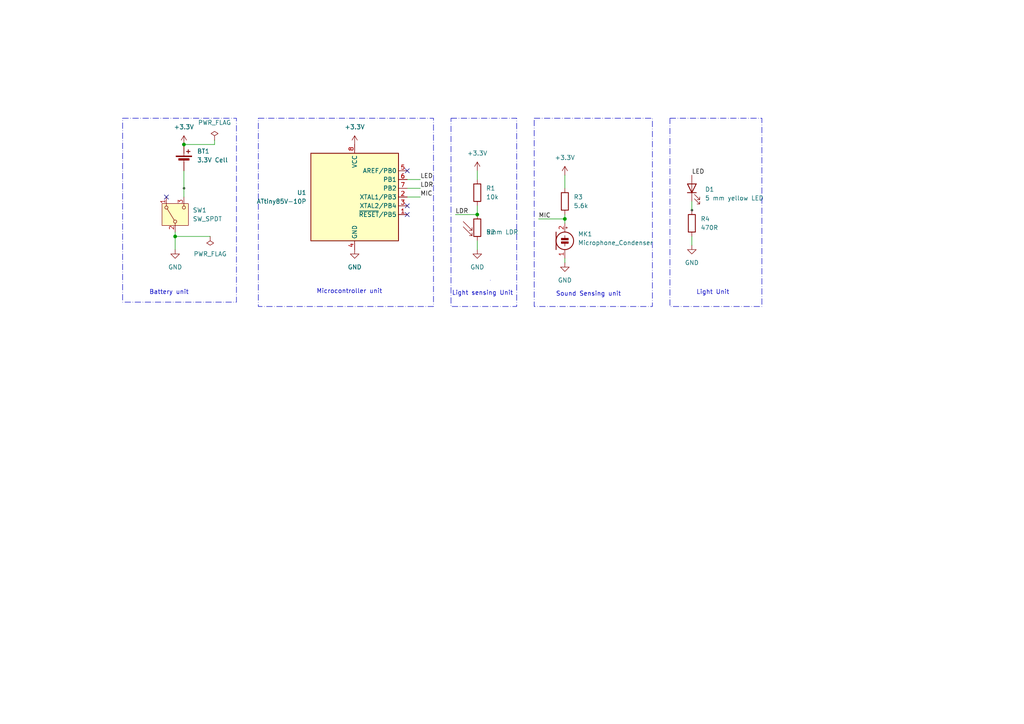
<source format=kicad_sch>
(kicad_sch (version 20231120) (generator "eeschema") (generator_version "8.0")
  (paper "A4")
  (lib_symbols
    (symbol "Device:Battery_Cell" (pin_numbers hide) (pin_names (offset 0) hide)
      (property "Reference" "BT" (at 2.54 2.54 0))
      (property "Value" "Battery_Cell" (at 2.54 0 0))
      (symbol "Battery_Cell_0_1"
        (rectangle (start -2.286 1.778) (end 2.286 1.524) (fill (type outline)))
        (rectangle (start -1.524 1.016) (end 1.524 0.508) (fill (type outline)))
        (polyline (pts (xy 0 0.762) (xy 0 0)))
        (polyline (pts (xy 0 1.778) (xy 0 2.54)))
        (polyline (pts (xy 0.762 3.048) (xy 1.778 3.048)) (stroke (width 0.254)))
        (polyline (pts (xy 1.27 3.556) (xy 1.27 2.54)) (stroke (width 0.254)))
      )
      (symbol "Battery_Cell_1_1"
        (pin passive line (at 0 5.08 270) (length 2.54) (name "+") (number "1"))
        (pin passive line (at 0 -2.54 90) (length 2.54) (name "-") (number "2"))
      )
    )
    (symbol "Device:LED" (pin_numbers hide) (pin_names (offset 1.016) hide)
      (property "Reference" "D" (at 0 2.54 0))
      (property "Value" "LED" (at 0 -2.54 0))
      (symbol "LED_0_1"
        (polyline (pts (xy -1.27 -1.27) (xy -1.27 1.27)) (stroke (width 0.254)))
        (polyline (pts (xy -1.27 0) (xy 1.27 0)))
        (polyline (pts (xy 1.27 -1.27) (xy 1.27 1.27) (xy -1.27 0) (xy 1.27 -1.27)) (stroke (width 0.254)))
        (polyline (pts (xy -3.048 -0.762) (xy -4.572 -2.286) (xy -3.81 -2.286) (xy -4.572 -2.286) (xy -4.572 -1.524)))
        (polyline (pts (xy -1.778 -0.762) (xy -3.302 -2.286) (xy -2.54 -2.286) (xy -3.302 -2.286) (xy -3.302 -1.524)))
      )
      (symbol "LED_1_1"
        (pin passive line (at -3.81 0 0) (length 2.54) (name "K") (number "1"))
        (pin passive line (at 3.81 0 180) (length 2.54) (name "A") (number "2"))
      )
    )
    (symbol "Device:Microphone_Condenser" (pin_names (offset 0.0254) hide)
      (property "Reference" "MK" (at -3.302 1.27 0))
      (property "Value" "Microphone_Condenser" (at -3.302 -0.635 0))
      (symbol "Microphone_Condenser_0_1"
        (polyline (pts (xy -2.54 2.54) (xy -2.54 -2.54)) (stroke (width 0.254)))
        (polyline (pts (xy 0 -0.762) (xy 0 -1.524)))
        (polyline (pts (xy 0 0.762) (xy 0 1.524)))
        (polyline (pts (xy 0.254 3.81) (xy 0.762 3.81)))
        (polyline (pts (xy 0.508 4.064) (xy 0.508 3.556)))
        (circle (center 0 0) (radius 2.54) (stroke (width 0.254)))
        (rectangle (start 1.016 -0.254) (end -1.016 -0.762) (fill (type outline)))
        (rectangle (start 1.016 0.762) (end -1.016 0.254) (fill (type outline)))
      )
      (symbol "Microphone_Condenser_1_1"
        (pin passive line (at 0 -5.08 90) (length 2.54) (name "-") (number "1"))
        (pin passive line (at 0 5.08 270) (length 2.54) (name "+") (number "2"))
      )
    )
    (symbol "Device:R" (pin_numbers hide) (pin_names (offset 0))
      (property "Reference" "R" (at 2.032 0 90))
      (property "Value" "R" (at 0 0 90))
      (symbol "R_0_1"
        (rectangle (start -1.016 -2.54) (end 1.016 2.54) (stroke (width 0.254)))
      )
      (symbol "R_1_1"
        (pin passive line (at 0 3.81 270) (length 1.27) (name "~") (number "1"))
        (pin passive line (at 0 -3.81 90) (length 1.27) (name "~") (number "2"))
      )
    )
    (symbol "MCU_Microchip_ATtiny:ATtiny85V-10P"
      (property "Reference" "U" (at -12.7 13.97 0))
      (property "Value" "ATtiny85V-10P" (at 2.54 -13.97 0))
      (symbol "ATtiny85V-10P_0_1"
        (rectangle (start -12.7 -12.7) (end 12.7 12.7) (stroke (width 0.254)) (fill (type background)))
      )
      (symbol "ATtiny85V-10P_1_1"
        (pin bidirectional line (at 15.24 -5.08 180) (length 2.54) (name "~{RESET}/PB5") (number "1"))
        (pin bidirectional line (at 15.24 0 180) (length 2.54) (name "XTAL1/PB3") (number "2"))
        (pin bidirectional line (at 15.24 -2.54 180) (length 2.54) (name "XTAL2/PB4") (number "3"))
        (pin power_in line (at 0 -15.24 90) (length 2.54) (name "GND") (number "4"))
        (pin bidirectional line (at 15.24 7.62 180) (length 2.54) (name "AREF/PB0") (number "5"))
        (pin bidirectional line (at 15.24 5.08 180) (length 2.54) (name "PB1") (number "6"))
        (pin bidirectional line (at 15.24 2.54 180) (length 2.54) (name "PB2") (number "7"))
        (pin power_in line (at 0 15.24 270) (length 2.54) (name "VCC") (number "8"))
      )
    )
    (symbol "Sensor_Optical:LDR07" (pin_numbers hide) (pin_names (offset 0))
      (property "Reference" "R" (at -5.08 0 90))
      (property "Value" "LDR07" (at 1.905 0 90))
      (symbol "LDR07_0_1"
        (rectangle (start -1.016 2.54) (end 1.016 -2.54) (stroke (width 0.254)))
        (polyline (pts (xy -1.524 -2.286) (xy -4.064 0.254)))
        (polyline (pts (xy -1.524 -2.286) (xy -2.286 -2.286)))
        (polyline (pts (xy -1.524 -2.286) (xy -1.524 -1.524)))
        (polyline (pts (xy -1.524 -0.762) (xy -4.064 1.778)))
        (polyline (pts (xy -1.524 -0.762) (xy -2.286 -0.762)))
        (polyline (pts (xy -1.524 -0.762) (xy -1.524 0)))
      )
      (symbol "LDR07_1_1"
        (pin passive line (at 0 3.81 270) (length 1.27) (name "~") (number "1"))
        (pin passive line (at 0 -3.81 90) (length 1.27) (name "~") (number "2"))
      )
    )
    (symbol "Switch:SW_SPDT" (pin_names (offset 0) hide)
      (property "Reference" "SW" (at 0 5.08 0))
      (property "Value" "SW_SPDT" (at 0 -5.08 0))
      (symbol "SW_SPDT_0_1"
        (circle (center -2.032 0) (radius 0.4572))
        (polyline (pts (xy -1.651 0.254) (xy 1.651 2.286)))
        (circle (center 2.032 -2.54) (radius 0.4572))
        (circle (center 2.032 2.54) (radius 0.4572))
      )
      (symbol "SW_SPDT_1_1"
        (rectangle (start -3.175 3.81) (end 3.175 -3.81) (fill (type background)))
        (pin passive line (at 5.08 2.54 180) (length 2.54) (name "A") (number "1"))
        (pin passive line (at -5.08 0 0) (length 2.54) (name "B") (number "2"))
        (pin passive line (at 5.08 -2.54 180) (length 2.54) (name "C") (number "3"))
      )
    )
    (symbol "power:+3.3V" (power) (pin_numbers hide) (pin_names (offset 0) hide)
      (property "Value" "+3.3V" (at 0 3.556 0))
      (symbol "+3.3V_0_1"
        (polyline (pts (xy -0.762 1.27) (xy 0 2.54)))
        (polyline (pts (xy 0 0) (xy 0 2.54)))
        (polyline (pts (xy 0 2.54) (xy 0.762 1.27)))
      )
      (symbol "+3.3V_1_1"
        (pin power_in line (at 0 0 90) (length 0) (name "~") (number "1"))
      )
    )
    (symbol "power:GND" (power) (pin_numbers hide) (pin_names (offset 0) hide)
      (property "Value" "GND" (at 0 -3.81 0))
      (symbol "GND_0_1"
        (polyline (pts (xy 0 0) (xy 0 -1.27) (xy 1.27 -1.27) (xy 0 -2.54) (xy -1.27 -1.27) (xy 0 -1.27)))
      )
      (symbol "GND_1_1"
        (pin power_in line (at 0 0 270) (length 0) (name "~") (number "1"))
      )
    )
    (symbol "power:PWR_FLAG" (power) (pin_numbers hide) (pin_names (offset 0) hide)
      (property "Value" "PWR_FLAG" (at 0 3.81 0))
      (symbol "PWR_FLAG_0_0"
        (pin power_out line (at 0 0 90) (length 0) (name "~") (number "1"))
      )
      (symbol "PWR_FLAG_0_1"
        (polyline (pts (xy 0 0) (xy 0 1.27) (xy -1.016 1.905) (xy 0 2.54) (xy 1.016 1.905) (xy 0 1.27)))
      )
    )
  )
  (junction (at 50.8 68.58))
  (junction (at 53.34 41.91))
  (junction (at 138.43 62.23))
  (junction (at 163.83 63.5))
  (no_connect (at 48.26 57.15))
  (no_connect (at 118.11 62.23))
  (no_connect (at 118.11 49.53))
  (no_connect (at 118.11 59.69))
  (wire (pts (xy 138.43 49.53) (xy 138.43 52.07)))
  (wire (pts (xy 132.08 62.23) (xy 138.43 62.23)))
  (wire (pts (xy 62.23 40.64) (xy 62.23 41.91)))
  (wire (pts (xy 163.83 62.23) (xy 163.83 63.5)))
  (wire (pts (xy 163.83 74.93) (xy 163.83 76.2)))
  (wire (pts (xy 163.83 63.5) (xy 163.83 64.77)))
  (wire (pts (xy 138.43 69.85) (xy 138.43 72.39)))
  (wire (pts (xy 163.83 50.8) (xy 163.83 54.61)))
  (wire (pts (xy 121.92 52.07) (xy 118.11 52.07)))
  (wire (pts (xy 121.92 54.61) (xy 118.11 54.61)))
  (wire (pts (xy 200.66 58.42) (xy 200.66 60.96)))
  (wire (pts (xy 121.92 57.15) (xy 118.11 57.15)))
  (wire (pts (xy 53.34 49.53) (xy 53.34 57.15)))
  (wire (pts (xy 50.8 68.58) (xy 50.8 72.39)))
  (wire (pts (xy 62.23 41.91) (xy 53.34 41.91)))
  (wire (pts (xy 156.21 63.5) (xy 163.83 63.5)))
  (wire (pts (xy 200.66 68.58) (xy 200.66 71.12)))
  (wire (pts (xy 50.8 68.58) (xy 60.96 68.58)))
  (wire (pts (xy 50.8 67.31) (xy 50.8 68.58)))
  (wire (pts (xy 138.43 59.69) (xy 138.43 62.23)))
  (rectangle (start 130.81 34.29) (end 149.86 88.9) (stroke (width 0) (type dash_dot)))
  (rectangle (start 74.93 34.29) (end 125.73 88.9) (stroke (width 0) (type dash_dot)))
  (rectangle (start 154.94 34.29) (end 189.23 88.9) (stroke (width 0) (type dash_dot)))
  (rectangle (start 142.24 81.28) (end 142.24 81.28))
  (rectangle (start 35.56 34.29) (end 68.58 87.63) (stroke (width 0) (type dash_dot)))
  (rectangle (start 194.31 34.29) (end 220.98 88.9) (stroke (width 0) (type dash_dot)))
  (text "Sound Sensing unit" (at 170.688 85.344 0) (effects (font (size 1.27 1.27))))
  (text "Light Unit" (at 206.756 84.836 0) (effects (font (size 1.27 1.27))))
  (text "Microcontroller unit\n" (at 101.346 84.582 0) (effects (font (size 1.27 1.27))))
  (text "Light sensing Unit" (at 139.954 85.09 0) (effects (font (size 1.27 1.27))))
  (text "Battery unit" (at 49.022 84.836 0) (effects (font (size 1.27 1.27))))
  (label "LDR" (at 132.08 62.23 0))
  (label "LDR" (at 121.92 54.61 0))
  (label "LED" (at 200.66 50.8 0))
  (label "MIC" (at 156.21 63.5 0))
  (label "MIC" (at 121.92 57.15 0))
  (label "LED" (at 121.92 52.07 0))
  (netclass_flag "" (length 0.05) (shape dot) (at 200.66 60.96 270) (property "Netclass" "signal" (effects (hide yes))))
  (netclass_flag "" (length 0.05) (shape dot) (at 53.34 54.61 270) (property "Netclass" "power" (effects (hide yes))))
  (symbol (lib_id "Device:R") (at 200.66 64.77 0) (unit 1)
    (property "Reference" "R4" (at 203.2 63.4999 0) (effects (justify left)))
    (property "Value" "470R" (at 203.2 66.0399 0) (effects (justify left)))
    (property "Footprint" "Resistor_THT:R_Axial_DIN0207_L6.3mm_D2.5mm_P15.24mm_Horizontal" (effects (hide yes)))
    (property "Description" "Resistor" (effects (hide yes)))
  )
  (symbol (lib_id "power:+3.3V") (at 163.83 50.8 0) (unit 1)
    (property "Reference" "#PWR09" (effects (hide yes)))
    (property "Value" "+3.3V" (at 163.83 45.72 0))
    (property "Description" "Power symbol creates a global label with name \"+3.3V\"" (effects (hide yes)))
  )
  (symbol (lib_id "power:GND") (at 138.43 72.39 0) (unit 1)
    (property "Reference" "#PWR04" (effects (hide yes)))
    (property "Value" "GND" (at 138.43 77.47 0))
    (property "Description" "Power symbol creates a global label with name \"GND\" , ground" (effects (hide yes)))
  )
  (symbol (lib_id "MCU_Microchip_ATtiny:ATtiny85V-10P") (at 102.87 57.15 0) (unit 1)
    (property "Reference" "U1" (at 88.9 55.8799 0) (effects (justify right)))
    (property "Value" "ATtiny85V-10P" (at 88.9 58.4199 0) (effects (justify right)))
    (property "Footprint" "Package_DIP:DIP-8_W7.62mm" (effects (hide yes)))
    (property "Datasheet" "http://ww1.microchip.com/downloads/en/DeviceDoc/atmel-2586-avr-8-bit-microcontroller-attiny25-attiny45-attiny85_datasheet.pdf" (effects (hide yes)))
    (property "Description" "10MHz, 8kB Flash, 512B SRAM, 512B EEPROM, debugWIRE, DIP-8" (effects (hide yes)))
  )
  (symbol (lib_id "Sensor_Optical:LDR07") (at 138.43 66.04 0) (unit 1)
    (property "Reference" "R2" (at 140.97 67.3099 0) (effects (justify left)))
    (property "Value" "5mm LDR" (at 140.97 67.3099 0) (effects (justify left)))
    (property "Footprint" "OptoDevice:R_LDR_5.1x4.3mm_P3.4mm_Vertical" (effects (hide yes)))
    (property "Datasheet" "http://www.tme.eu/de/Document/f2e3ad76a925811312d226c31da4cd7e/LDR07.pdf" (effects (hide yes)))
    (property "Description" "light dependent resistor" (effects (hide yes)))
  )
  (symbol (lib_id "Switch:SW_SPDT") (at 50.8 62.23 90) (unit 1)
    (property "Reference" "SW1" (at 55.88 60.9599 90) (effects (justify right)))
    (property "Value" "SW_SPDT" (at 55.88 63.4999 90) (effects (justify right)))
    (property "Footprint" "Button_Switch_THT:SW_E-Switch_EG1224_SPDT_Angled" (effects (hide yes)))
    (property "Description" "Switch, single pole double throw" (effects (hide yes)))
  )
  (symbol (lib_id "power:+3.3V") (at 138.43 49.53 0) (unit 1)
    (property "Reference" "#PWR08" (effects (hide yes)))
    (property "Value" "+3.3V" (at 138.43 44.45 0))
    (property "Description" "Power symbol creates a global label with name \"+3.3V\"" (effects (hide yes)))
  )
  (symbol (lib_id "power:GND") (at 102.87 72.39 0) (unit 1)
    (property "Reference" "#PWR01" (effects (hide yes)))
    (property "Value" "GND" (at 102.87 77.47 0))
    (property "Description" "Power symbol creates a global label with name \"GND\" , ground" (effects (hide yes)))
  )
  (symbol (lib_id "Device:Battery_Cell") (at 53.34 46.99 0) (unit 1)
    (property "Reference" "BT1" (at 57.15 43.8784 0) (effects (justify left)))
    (property "Value" "3.3V Cell" (at 57.15 46.4184 0) (effects (justify left)))
    (property "Footprint" "Battery:BatteryHolder_ComfortableElectronic_CH273-2450_1x2450" (effects (hide yes)))
    (property "Description" "Single-cell battery" (effects (hide yes)))
  )
  (symbol (lib_id "power:PWR_FLAG") (at 60.96 68.58 180) (unit 1)
    (property "Reference" "#FLG02" (effects (hide yes)))
    (property "Value" "PWR_FLAG" (at 60.96 73.66 0))
    (property "Description" "Special symbol for telling ERC where power comes from" (effects (hide yes)))
  )
  (symbol (lib_id "power:+3.3V") (at 53.34 41.91 0) (unit 1)
    (property "Reference" "#PWR07" (effects (hide yes)))
    (property "Value" "+3.3V" (at 53.34 36.83 0))
    (property "Description" "Power symbol creates a global label with name \"+3.3V\"" (effects (hide yes)))
  )
  (symbol (lib_id "power:GND") (at 163.83 76.2 0) (unit 1)
    (property "Reference" "#PWR05" (effects (hide yes)))
    (property "Value" "GND" (at 163.83 81.28 0))
    (property "Description" "Power symbol creates a global label with name \"GND\" , ground" (effects (hide yes)))
  )
  (symbol (lib_id "Device:LED") (at 200.66 54.61 90) (unit 1)
    (property "Reference" "D1" (at 204.47 54.9274 90) (effects (justify right)))
    (property "Value" "5 mm yellow LED" (at 204.47 57.4674 90) (effects (justify right)))
    (property "Footprint" "LED_THT:LED_D5.0mm" (effects (hide yes)))
    (property "Description" "Light emitting diode" (effects (hide yes)))
  )
  (symbol (lib_id "power:GND") (at 200.66 71.12 0) (unit 1)
    (property "Reference" "#PWR06" (effects (hide yes)))
    (property "Value" "GND" (at 200.66 76.2 0))
    (property "Description" "Power symbol creates a global label with name \"GND\" , ground" (effects (hide yes)))
  )
  (symbol (lib_id "Device:R") (at 138.43 55.88 0) (unit 1)
    (property "Reference" "R1" (at 140.97 54.6099 0) (effects (justify left)))
    (property "Value" "10k" (at 140.97 57.1499 0) (effects (justify left)))
    (property "Footprint" "Resistor_THT:R_Axial_DIN0207_L6.3mm_D2.5mm_P15.24mm_Horizontal" (effects (hide yes)))
    (property "Description" "Resistor" (effects (hide yes)))
  )
  (symbol (lib_id "power:+3.3V") (at 102.87 41.91 0) (unit 1)
    (property "Reference" "#PWR02" (effects (hide yes)))
    (property "Value" "+3.3V" (at 102.87 36.83 0))
    (property "Description" "Power symbol creates a global label with name \"+3.3V\"" (effects (hide yes)))
  )
  (symbol (lib_id "Device:Microphone_Condenser") (at 163.83 69.85 0) (unit 1)
    (property "Reference" "MK1" (at 167.64 67.8814 0) (effects (justify left)))
    (property "Value" "Microphone_Condenser" (at 167.64 70.4214 0) (effects (justify left)))
    (property "Footprint" "Connector_PinHeader_2.54mm:PinHeader_1x02_P2.54mm_Vertical" (effects (hide yes)))
    (property "Description" "Condenser microphone" (effects (hide yes)))
  )
  (symbol (lib_id "power:PWR_FLAG") (at 62.23 40.64 0) (unit 1)
    (property "Reference" "#FLG01" (effects (hide yes)))
    (property "Value" "PWR_FLAG" (at 62.23 35.56 0))
    (property "Description" "Special symbol for telling ERC where power comes from" (effects (hide yes)))
  )
  (symbol (lib_id "power:GND") (at 50.8 72.39 0) (unit 1)
    (property "Reference" "#PWR03" (effects (hide yes)))
    (property "Value" "GND" (at 50.8 77.47 0))
    (property "Description" "Power symbol creates a global label with name \"GND\" , ground" (effects (hide yes)))
  )
  (symbol (lib_id "Device:R") (at 163.83 58.42 0) (unit 1)
    (property "Reference" "R3" (at 166.37 57.1499 0) (effects (justify left)))
    (property "Value" "5.6k" (at 166.37 59.6899 0) (effects (justify left)))
    (property "Footprint" "Resistor_THT:R_Axial_DIN0207_L6.3mm_D2.5mm_P15.24mm_Horizontal" (effects (hide yes)))
    (property "Description" "Resistor" (effects (hide yes)))
  )
)
</source>
